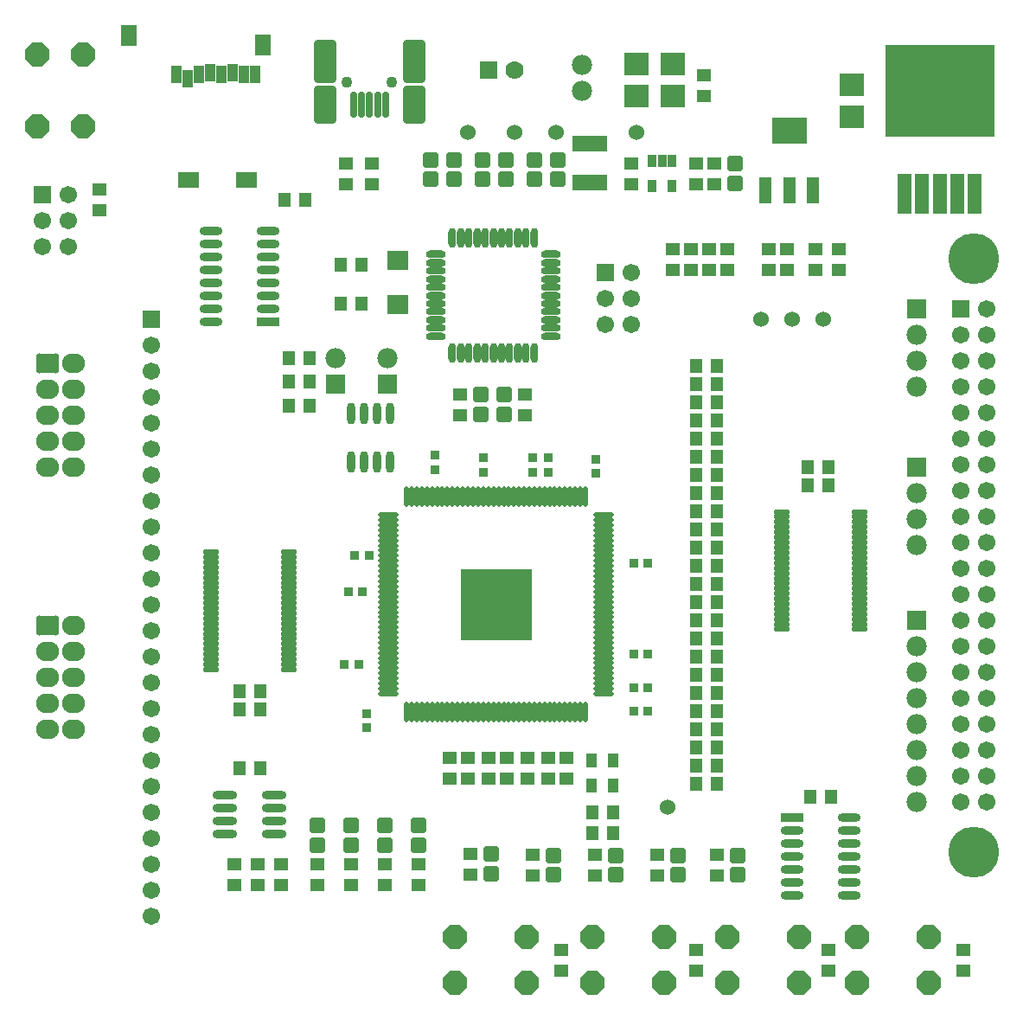
<source format=gts>
G04 Layer_Color=8388736*
%FSLAX23Y23*%
%MOIN*%
G70*
G01*
G75*
%ADD48C,0.060*%
%ADD49C,0.070*%
%ADD50R,0.070X0.070*%
%ADD73R,0.058X0.048*%
%ADD74O,0.077X0.030*%
%ADD75O,0.030X0.077*%
G04:AMPARAMS|DCode=76|XSize=58mil|YSize=58mil|CornerRadius=10mil|HoleSize=0mil|Usage=FLASHONLY|Rotation=270.000|XOffset=0mil|YOffset=0mil|HoleType=Round|Shape=RoundedRectangle|*
%AMROUNDEDRECTD76*
21,1,0.058,0.038,0,0,270.0*
21,1,0.038,0.058,0,0,270.0*
1,1,0.021,-0.019,-0.019*
1,1,0.021,-0.019,0.019*
1,1,0.021,0.019,0.019*
1,1,0.021,0.019,-0.019*
%
%ADD76ROUNDEDRECTD76*%
%ADD77R,0.038X0.038*%
%ADD78O,0.032X0.083*%
%ADD79R,0.048X0.058*%
%ADD80R,0.038X0.038*%
%ADD81O,0.088X0.032*%
%ADD82R,0.088X0.032*%
%ADD83R,0.095X0.087*%
%ADD84R,0.138X0.063*%
%ADD85R,0.058X0.048*%
%ADD86O,0.063X0.020*%
%ADD87R,0.278X0.278*%
%ADD88O,0.020X0.079*%
%ADD89O,0.079X0.020*%
%ADD90O,0.095X0.032*%
%ADD91R,0.047X0.102*%
%ADD92R,0.138X0.102*%
%ADD93R,0.040X0.068*%
%ADD94R,0.064X0.083*%
%ADD95R,0.079X0.064*%
%ADD96R,0.043X0.055*%
%ADD97R,0.079X0.075*%
G04:AMPARAMS|DCode=98|XSize=165mil|YSize=89mil|CornerRadius=14mil|HoleSize=0mil|Usage=FLASHONLY|Rotation=270.000|XOffset=0mil|YOffset=0mil|HoleType=Round|Shape=RoundedRectangle|*
%AMROUNDEDRECTD98*
21,1,0.165,0.061,0,0,270.0*
21,1,0.137,0.089,0,0,270.0*
1,1,0.028,-0.030,-0.069*
1,1,0.028,-0.030,0.069*
1,1,0.028,0.030,0.069*
1,1,0.028,0.030,-0.069*
%
%ADD98ROUNDEDRECTD98*%
G04:AMPARAMS|DCode=99|XSize=146mil|YSize=89mil|CornerRadius=14mil|HoleSize=0mil|Usage=FLASHONLY|Rotation=270.000|XOffset=0mil|YOffset=0mil|HoleType=Round|Shape=RoundedRectangle|*
%AMROUNDEDRECTD99*
21,1,0.146,0.061,0,0,270.0*
21,1,0.118,0.089,0,0,270.0*
1,1,0.028,-0.030,-0.059*
1,1,0.028,-0.030,0.059*
1,1,0.028,0.030,0.059*
1,1,0.028,0.030,-0.059*
%
%ADD99ROUNDEDRECTD99*%
G04:AMPARAMS|DCode=100|XSize=97mil|YSize=28mil|CornerRadius=6mil|HoleSize=0mil|Usage=FLASHONLY|Rotation=270.000|XOffset=0mil|YOffset=0mil|HoleType=Round|Shape=RoundedRectangle|*
%AMROUNDEDRECTD100*
21,1,0.097,0.015,0,0,270.0*
21,1,0.084,0.028,0,0,270.0*
1,1,0.013,-0.007,-0.042*
1,1,0.013,-0.007,0.042*
1,1,0.013,0.007,0.042*
1,1,0.013,0.007,-0.042*
%
%ADD100ROUNDEDRECTD100*%
%ADD101R,0.034X0.051*%
%ADD102R,0.053X0.158*%
%ADD103R,0.421X0.354*%
%ADD104C,0.078*%
%ADD105R,0.078X0.078*%
%ADD106C,0.067*%
%ADD107R,0.067X0.067*%
%ADD108O,0.088X0.076*%
G04:AMPARAMS|DCode=109|XSize=88mil|YSize=76mil|CornerRadius=13mil|HoleSize=0mil|Usage=FLASHONLY|Rotation=0.000|XOffset=0mil|YOffset=0mil|HoleType=Round|Shape=RoundedRectangle|*
%AMROUNDEDRECTD109*
21,1,0.088,0.051,0,0,0.0*
21,1,0.063,0.076,0,0,0.0*
1,1,0.025,0.032,-0.026*
1,1,0.025,-0.032,-0.026*
1,1,0.025,-0.032,0.026*
1,1,0.025,0.032,0.026*
%
%ADD109ROUNDEDRECTD109*%
%ADD110P,0.098X8X22.5*%
%ADD111C,0.043*%
%ADD112P,0.098X8X292.5*%
%ADD113C,0.067*%
%ADD114C,0.196*%
%ADD115C,0.196*%
%ADD116C,0.039*%
D48*
X2440Y3490D02*
D03*
X2560Y890D02*
D03*
X2130Y3490D02*
D03*
X1790D02*
D03*
X1970D02*
D03*
X3040Y2770D02*
D03*
X2920D02*
D03*
X3160D02*
D03*
D49*
X1970Y3730D02*
D03*
D50*
X1870D02*
D03*
D73*
X370Y3270D02*
D03*
Y3190D02*
D03*
X2790Y3040D02*
D03*
Y2960D02*
D03*
X2580D02*
D03*
Y3040D02*
D03*
X1070Y590D02*
D03*
Y670D02*
D03*
X980Y590D02*
D03*
Y670D02*
D03*
X890D02*
D03*
Y590D02*
D03*
X1210D02*
D03*
Y670D02*
D03*
X1340Y590D02*
D03*
Y670D02*
D03*
X1470Y590D02*
D03*
Y670D02*
D03*
X2100Y1080D02*
D03*
Y1000D02*
D03*
X2020Y1080D02*
D03*
Y1000D02*
D03*
X1940Y1080D02*
D03*
Y1000D02*
D03*
X1790Y1080D02*
D03*
Y1000D02*
D03*
X1800Y630D02*
D03*
Y710D02*
D03*
X2280Y625D02*
D03*
Y705D02*
D03*
X2700Y3710D02*
D03*
Y3630D02*
D03*
X3220Y2960D02*
D03*
Y3040D02*
D03*
X3130Y2960D02*
D03*
Y3040D02*
D03*
X3020Y3040D02*
D03*
Y2960D02*
D03*
X1600Y590D02*
D03*
Y670D02*
D03*
X2670Y3290D02*
D03*
Y3370D02*
D03*
X2950Y2960D02*
D03*
X2150Y340D02*
D03*
Y260D02*
D03*
X2670Y340D02*
D03*
Y260D02*
D03*
X3700Y340D02*
D03*
Y260D02*
D03*
X2520Y625D02*
D03*
Y705D02*
D03*
X2750Y625D02*
D03*
Y705D02*
D03*
X1760Y2400D02*
D03*
Y2480D02*
D03*
X2010Y2400D02*
D03*
Y2480D02*
D03*
X1720Y1000D02*
D03*
Y1080D02*
D03*
X2170Y1000D02*
D03*
Y1080D02*
D03*
X1870D02*
D03*
Y1000D02*
D03*
X1320Y3290D02*
D03*
Y3370D02*
D03*
X3180Y340D02*
D03*
Y260D02*
D03*
X2040Y625D02*
D03*
Y705D02*
D03*
X1420Y3290D02*
D03*
Y3370D02*
D03*
X2420Y3370D02*
D03*
Y3290D02*
D03*
X2740D02*
D03*
Y3370D02*
D03*
X2720Y3040D02*
D03*
Y2960D02*
D03*
X2650D02*
D03*
D74*
X2112Y3017D02*
D03*
Y2986D02*
D03*
Y2954D02*
D03*
Y2923D02*
D03*
Y2891D02*
D03*
Y2860D02*
D03*
Y2829D02*
D03*
Y2797D02*
D03*
Y2766D02*
D03*
Y2734D02*
D03*
Y2703D02*
D03*
X1668D02*
D03*
Y2734D02*
D03*
Y2766D02*
D03*
Y2797D02*
D03*
Y2829D02*
D03*
Y2860D02*
D03*
Y2891D02*
D03*
Y2923D02*
D03*
Y2954D02*
D03*
Y2986D02*
D03*
Y3017D02*
D03*
D75*
X2047Y2638D02*
D03*
X2016D02*
D03*
X1984D02*
D03*
X1953D02*
D03*
X1921D02*
D03*
X1890D02*
D03*
X1859D02*
D03*
X1827D02*
D03*
X1796D02*
D03*
X1764D02*
D03*
X1733D02*
D03*
Y3082D02*
D03*
X1764D02*
D03*
X1796D02*
D03*
X1827D02*
D03*
X1859D02*
D03*
X1890D02*
D03*
X1921D02*
D03*
X1953D02*
D03*
X1984D02*
D03*
X2016D02*
D03*
X2047D02*
D03*
D76*
X1930Y2403D02*
D03*
Y2478D02*
D03*
X1840Y2403D02*
D03*
Y2478D02*
D03*
X2600Y627D02*
D03*
Y702D02*
D03*
X2360Y627D02*
D03*
Y702D02*
D03*
X2120Y627D02*
D03*
Y702D02*
D03*
X1880Y632D02*
D03*
Y707D02*
D03*
X1739Y3307D02*
D03*
Y3382D02*
D03*
X2049Y3307D02*
D03*
Y3382D02*
D03*
X2139Y3307D02*
D03*
Y3382D02*
D03*
X1849Y3307D02*
D03*
Y3382D02*
D03*
X1939Y3307D02*
D03*
Y3382D02*
D03*
X1470Y817D02*
D03*
Y743D02*
D03*
X1600Y817D02*
D03*
Y743D02*
D03*
X1210Y817D02*
D03*
Y743D02*
D03*
X1340Y817D02*
D03*
Y743D02*
D03*
X1649Y3307D02*
D03*
Y3382D02*
D03*
X2820Y3293D02*
D03*
Y3368D02*
D03*
X2830Y627D02*
D03*
Y702D02*
D03*
D77*
X2285Y2230D02*
D03*
Y2175D02*
D03*
X1665Y2245D02*
D03*
Y2190D02*
D03*
X1851Y2235D02*
D03*
Y2180D02*
D03*
X2100Y2235D02*
D03*
Y2180D02*
D03*
X2040Y2235D02*
D03*
Y2180D02*
D03*
X1400Y1195D02*
D03*
Y1250D02*
D03*
D78*
X1340Y2219D02*
D03*
X1390D02*
D03*
X1440D02*
D03*
X1490D02*
D03*
X1340Y2405D02*
D03*
X1390D02*
D03*
X1440D02*
D03*
X1490D02*
D03*
D79*
X2270Y870D02*
D03*
X2350D02*
D03*
X2270Y790D02*
D03*
X2350D02*
D03*
X2670Y1050D02*
D03*
X2750D02*
D03*
X2670Y980D02*
D03*
X2750D02*
D03*
X3190Y930D02*
D03*
X3110D02*
D03*
X1085Y3230D02*
D03*
X1165D02*
D03*
X1300Y2980D02*
D03*
X1380D02*
D03*
X1300Y2830D02*
D03*
X1380D02*
D03*
X2670Y2240D02*
D03*
X2750D02*
D03*
X2670Y2170D02*
D03*
X2750D02*
D03*
X2670Y2100D02*
D03*
X2750D02*
D03*
X2670Y2030D02*
D03*
X2750D02*
D03*
X2670Y1960D02*
D03*
X2750D02*
D03*
X2670Y1890D02*
D03*
X2750D02*
D03*
X2670Y1820D02*
D03*
X2750D02*
D03*
X2670Y1750D02*
D03*
X2750D02*
D03*
X2670Y1680D02*
D03*
X2750D02*
D03*
X2670Y1610D02*
D03*
X2750D02*
D03*
X2670Y1540D02*
D03*
X2750D02*
D03*
X2670Y1470D02*
D03*
X2750D02*
D03*
X2670Y1400D02*
D03*
X2750D02*
D03*
X2670Y1330D02*
D03*
X2750D02*
D03*
X2670Y1260D02*
D03*
X2750D02*
D03*
X2670Y1190D02*
D03*
X2750D02*
D03*
X2670Y1120D02*
D03*
X2750D02*
D03*
X1180Y2530D02*
D03*
X1100D02*
D03*
X1180Y2620D02*
D03*
X1100D02*
D03*
X990Y1040D02*
D03*
X910D02*
D03*
X3100Y2130D02*
D03*
X3180D02*
D03*
X3100Y2200D02*
D03*
X3180D02*
D03*
X990Y1265D02*
D03*
X910D02*
D03*
X990Y1335D02*
D03*
X910D02*
D03*
X1180Y2435D02*
D03*
X1100D02*
D03*
X2670Y2590D02*
D03*
X2750D02*
D03*
X2670Y2520D02*
D03*
X2750D02*
D03*
X2670Y2450D02*
D03*
X2750D02*
D03*
X2670Y2380D02*
D03*
X2750D02*
D03*
X2670Y2310D02*
D03*
X2750D02*
D03*
D80*
X2485Y1480D02*
D03*
X2430D02*
D03*
X1355Y1860D02*
D03*
X1410D02*
D03*
X1330Y1720D02*
D03*
X1385D02*
D03*
X1315Y1440D02*
D03*
X1370D02*
D03*
X2485Y1830D02*
D03*
X2430D02*
D03*
Y1260D02*
D03*
X2485D02*
D03*
Y1350D02*
D03*
X2430D02*
D03*
D81*
X800Y2760D02*
D03*
Y3010D02*
D03*
Y3060D02*
D03*
Y2810D02*
D03*
Y2960D02*
D03*
X1020Y3010D02*
D03*
Y2960D02*
D03*
Y2910D02*
D03*
Y2860D02*
D03*
Y2810D02*
D03*
Y3110D02*
D03*
X800Y2910D02*
D03*
X1020Y3060D02*
D03*
X800Y3110D02*
D03*
Y2860D02*
D03*
X3040Y550D02*
D03*
Y700D02*
D03*
X3260Y550D02*
D03*
Y650D02*
D03*
Y750D02*
D03*
X3040Y800D02*
D03*
Y600D02*
D03*
Y750D02*
D03*
Y650D02*
D03*
X3260Y600D02*
D03*
Y700D02*
D03*
Y800D02*
D03*
Y850D02*
D03*
D82*
X1020Y2760D02*
D03*
X3040Y850D02*
D03*
D83*
X2440Y3753D02*
D03*
Y3627D02*
D03*
X2580Y3753D02*
D03*
Y3627D02*
D03*
X3270Y3673D02*
D03*
Y3547D02*
D03*
D84*
X2260Y3445D02*
D03*
Y3295D02*
D03*
D85*
X2950Y3040D02*
D03*
X2650D02*
D03*
D86*
X3300Y1574D02*
D03*
Y1593D02*
D03*
Y1613D02*
D03*
Y1633D02*
D03*
Y1652D02*
D03*
Y1672D02*
D03*
Y1692D02*
D03*
Y1711D02*
D03*
Y1731D02*
D03*
Y1751D02*
D03*
Y1770D02*
D03*
Y1790D02*
D03*
Y1810D02*
D03*
Y1830D02*
D03*
Y1849D02*
D03*
Y1869D02*
D03*
Y1889D02*
D03*
Y1908D02*
D03*
Y1928D02*
D03*
Y1948D02*
D03*
Y1967D02*
D03*
Y1987D02*
D03*
Y2007D02*
D03*
Y2026D02*
D03*
X3000Y1574D02*
D03*
Y1593D02*
D03*
Y1613D02*
D03*
Y1633D02*
D03*
Y1652D02*
D03*
Y1672D02*
D03*
Y1692D02*
D03*
Y1711D02*
D03*
Y1731D02*
D03*
Y1751D02*
D03*
Y1770D02*
D03*
Y1790D02*
D03*
Y1810D02*
D03*
Y1830D02*
D03*
Y1849D02*
D03*
Y1869D02*
D03*
Y1889D02*
D03*
Y1908D02*
D03*
Y1928D02*
D03*
Y1948D02*
D03*
Y1967D02*
D03*
Y1987D02*
D03*
Y2007D02*
D03*
Y2026D02*
D03*
X800Y1871D02*
D03*
Y1852D02*
D03*
Y1832D02*
D03*
Y1812D02*
D03*
Y1793D02*
D03*
Y1773D02*
D03*
Y1753D02*
D03*
Y1734D02*
D03*
Y1714D02*
D03*
Y1694D02*
D03*
Y1675D02*
D03*
Y1655D02*
D03*
Y1635D02*
D03*
Y1615D02*
D03*
Y1596D02*
D03*
Y1576D02*
D03*
Y1556D02*
D03*
Y1537D02*
D03*
Y1517D02*
D03*
Y1497D02*
D03*
Y1478D02*
D03*
Y1458D02*
D03*
Y1438D02*
D03*
Y1419D02*
D03*
X1100Y1871D02*
D03*
Y1852D02*
D03*
Y1832D02*
D03*
Y1812D02*
D03*
Y1793D02*
D03*
Y1773D02*
D03*
Y1753D02*
D03*
Y1734D02*
D03*
Y1714D02*
D03*
Y1694D02*
D03*
Y1675D02*
D03*
Y1655D02*
D03*
Y1635D02*
D03*
Y1615D02*
D03*
Y1596D02*
D03*
Y1576D02*
D03*
Y1556D02*
D03*
Y1537D02*
D03*
Y1517D02*
D03*
Y1497D02*
D03*
Y1478D02*
D03*
Y1458D02*
D03*
Y1438D02*
D03*
Y1419D02*
D03*
D87*
X1900Y1670D02*
D03*
D88*
X1556Y1255D02*
D03*
X1575D02*
D03*
X1595D02*
D03*
X1615D02*
D03*
X1634D02*
D03*
X1654D02*
D03*
X1674D02*
D03*
X1693D02*
D03*
X1713D02*
D03*
X1733D02*
D03*
X1752D02*
D03*
X1772D02*
D03*
X1792D02*
D03*
X1811D02*
D03*
X1831D02*
D03*
X1851D02*
D03*
X1870D02*
D03*
X1890D02*
D03*
X1910D02*
D03*
X1930D02*
D03*
X1949D02*
D03*
X1969D02*
D03*
X1989D02*
D03*
X2008D02*
D03*
X2028D02*
D03*
X2048D02*
D03*
X2067D02*
D03*
X2087D02*
D03*
X2107D02*
D03*
X2126D02*
D03*
X2146D02*
D03*
X2166D02*
D03*
X2185D02*
D03*
X2205D02*
D03*
X2225D02*
D03*
X2244D02*
D03*
Y2085D02*
D03*
X2225D02*
D03*
X2205D02*
D03*
X2185D02*
D03*
X2166D02*
D03*
X2146D02*
D03*
X2126D02*
D03*
X2107D02*
D03*
X2087D02*
D03*
X2067D02*
D03*
X2048D02*
D03*
X2028D02*
D03*
X2008D02*
D03*
X1989D02*
D03*
X1969D02*
D03*
X1949D02*
D03*
X1930D02*
D03*
X1910D02*
D03*
X1890D02*
D03*
X1870D02*
D03*
X1851D02*
D03*
X1831D02*
D03*
X1811D02*
D03*
X1792D02*
D03*
X1772D02*
D03*
X1752D02*
D03*
X1733D02*
D03*
X1713D02*
D03*
X1693D02*
D03*
X1674D02*
D03*
X1654D02*
D03*
X1634D02*
D03*
X1615D02*
D03*
X1595D02*
D03*
X1575D02*
D03*
X1556D02*
D03*
D89*
X2315Y1326D02*
D03*
Y1345D02*
D03*
Y1365D02*
D03*
Y1385D02*
D03*
Y1404D02*
D03*
Y1424D02*
D03*
Y1444D02*
D03*
Y1463D02*
D03*
Y1483D02*
D03*
Y1503D02*
D03*
Y1522D02*
D03*
Y1542D02*
D03*
Y1562D02*
D03*
Y1581D02*
D03*
Y1601D02*
D03*
Y1621D02*
D03*
Y1640D02*
D03*
Y1660D02*
D03*
Y1680D02*
D03*
Y1700D02*
D03*
Y1719D02*
D03*
Y1739D02*
D03*
Y1759D02*
D03*
Y1778D02*
D03*
Y1798D02*
D03*
Y1818D02*
D03*
Y1837D02*
D03*
Y1857D02*
D03*
Y1877D02*
D03*
Y1896D02*
D03*
Y1916D02*
D03*
Y1936D02*
D03*
Y1955D02*
D03*
Y1975D02*
D03*
Y1995D02*
D03*
Y2014D02*
D03*
X1485D02*
D03*
Y1995D02*
D03*
Y1975D02*
D03*
Y1955D02*
D03*
Y1936D02*
D03*
Y1916D02*
D03*
Y1896D02*
D03*
Y1877D02*
D03*
Y1857D02*
D03*
Y1837D02*
D03*
Y1818D02*
D03*
Y1798D02*
D03*
Y1778D02*
D03*
Y1759D02*
D03*
Y1739D02*
D03*
Y1719D02*
D03*
Y1700D02*
D03*
Y1680D02*
D03*
Y1660D02*
D03*
Y1640D02*
D03*
Y1621D02*
D03*
Y1601D02*
D03*
Y1581D02*
D03*
Y1562D02*
D03*
Y1542D02*
D03*
Y1522D02*
D03*
Y1503D02*
D03*
Y1483D02*
D03*
Y1463D02*
D03*
Y1444D02*
D03*
Y1424D02*
D03*
Y1404D02*
D03*
Y1385D02*
D03*
Y1365D02*
D03*
Y1345D02*
D03*
Y1326D02*
D03*
D90*
X1044Y785D02*
D03*
Y835D02*
D03*
Y885D02*
D03*
Y935D02*
D03*
X856Y785D02*
D03*
Y835D02*
D03*
Y885D02*
D03*
Y935D02*
D03*
D91*
X2939Y3266D02*
D03*
X3030D02*
D03*
X3121D02*
D03*
D92*
X3030Y3494D02*
D03*
D93*
X971Y3712D02*
D03*
X928D02*
D03*
X885Y3720D02*
D03*
X841Y3712D02*
D03*
X798Y3720D02*
D03*
X755Y3712D02*
D03*
X711Y3696D02*
D03*
X668Y3712D02*
D03*
D94*
X485Y3863D02*
D03*
X1002Y3824D02*
D03*
D95*
X939Y3306D02*
D03*
X715D02*
D03*
D96*
X2267Y1069D02*
D03*
Y971D02*
D03*
X2353Y1069D02*
D03*
Y971D02*
D03*
D97*
X1520Y2995D02*
D03*
Y2825D02*
D03*
D98*
X1240Y3762D02*
D03*
X1586D02*
D03*
D99*
X1240Y3594D02*
D03*
X1586D02*
D03*
D100*
X1350D02*
D03*
X1381D02*
D03*
X1413D02*
D03*
X1444D02*
D03*
X1476D02*
D03*
D101*
X2577Y3377D02*
D03*
X2540D02*
D03*
X2503D02*
D03*
Y3283D02*
D03*
X2577D02*
D03*
D102*
X3476Y3252D02*
D03*
X3543D02*
D03*
X3610D02*
D03*
X3677D02*
D03*
X3744D02*
D03*
D103*
X3610Y3650D02*
D03*
D104*
X1480Y2620D02*
D03*
X2230Y3650D02*
D03*
Y3750D02*
D03*
X3520Y1900D02*
D03*
X3520Y2100D02*
D03*
Y2000D02*
D03*
Y910D02*
D03*
Y1010D02*
D03*
Y1110D02*
D03*
Y1210D02*
D03*
Y1310D02*
D03*
X3520Y1510D02*
D03*
Y1410D02*
D03*
X1280Y2620D02*
D03*
X3520Y2510D02*
D03*
X3520Y2710D02*
D03*
Y2610D02*
D03*
D105*
X1480Y2520D02*
D03*
X3520Y2200D02*
D03*
X3520Y1610D02*
D03*
X1280Y2520D02*
D03*
X3520Y2810D02*
D03*
D106*
X2420Y2750D02*
D03*
X2320D02*
D03*
X2420Y2850D02*
D03*
X2320D02*
D03*
X2420Y2950D02*
D03*
X570Y2670D02*
D03*
Y2570D02*
D03*
Y2470D02*
D03*
Y2370D02*
D03*
Y2270D02*
D03*
Y2170D02*
D03*
Y2070D02*
D03*
Y1970D02*
D03*
Y1870D02*
D03*
Y1770D02*
D03*
Y1670D02*
D03*
Y1570D02*
D03*
Y1470D02*
D03*
Y1370D02*
D03*
Y1270D02*
D03*
Y1170D02*
D03*
Y1070D02*
D03*
Y970D02*
D03*
Y870D02*
D03*
Y770D02*
D03*
Y670D02*
D03*
Y570D02*
D03*
Y470D02*
D03*
X250Y3050D02*
D03*
Y3150D02*
D03*
X150D02*
D03*
X250Y3250D02*
D03*
X3790Y910D02*
D03*
X3690D02*
D03*
X3790Y1010D02*
D03*
X3690D02*
D03*
X3790Y1110D02*
D03*
X3690D02*
D03*
X3790Y1210D02*
D03*
X3690D02*
D03*
X3790Y1310D02*
D03*
X3690D02*
D03*
X3790Y1410D02*
D03*
X3690D02*
D03*
X3790Y1510D02*
D03*
X3690D02*
D03*
X3790Y1610D02*
D03*
X3690D02*
D03*
X3790Y1710D02*
D03*
X3690D02*
D03*
X3790Y1810D02*
D03*
X3690D02*
D03*
X3790Y1910D02*
D03*
X3690D02*
D03*
X3790Y2010D02*
D03*
X3690D02*
D03*
X3790Y2110D02*
D03*
X3690D02*
D03*
X3790Y2210D02*
D03*
X3690D02*
D03*
X3790Y2310D02*
D03*
X3690D02*
D03*
X3790Y2410D02*
D03*
X3690D02*
D03*
X3790Y2510D02*
D03*
X3690D02*
D03*
X3790Y2610D02*
D03*
X3690D02*
D03*
X3790Y2710D02*
D03*
X3690D02*
D03*
X3790Y2810D02*
D03*
D107*
X2320Y2950D02*
D03*
X570Y2770D02*
D03*
X150Y3250D02*
D03*
X3690Y2810D02*
D03*
D108*
X270Y1190D02*
D03*
Y1290D02*
D03*
Y1390D02*
D03*
Y1490D02*
D03*
Y1590D02*
D03*
X170Y1190D02*
D03*
Y1290D02*
D03*
Y1390D02*
D03*
Y1490D02*
D03*
X270Y2200D02*
D03*
Y2300D02*
D03*
Y2400D02*
D03*
Y2500D02*
D03*
Y2600D02*
D03*
X170Y2200D02*
D03*
Y2300D02*
D03*
Y2400D02*
D03*
Y2500D02*
D03*
D109*
Y1590D02*
D03*
Y2600D02*
D03*
D110*
X1742Y211D02*
D03*
Y389D02*
D03*
X2018Y211D02*
D03*
Y389D02*
D03*
X2272Y211D02*
D03*
Y389D02*
D03*
X2548Y211D02*
D03*
Y389D02*
D03*
X2792Y211D02*
D03*
Y389D02*
D03*
X3068Y211D02*
D03*
Y389D02*
D03*
X3292Y211D02*
D03*
Y389D02*
D03*
X3568Y211D02*
D03*
Y389D02*
D03*
D111*
X1326Y3683D02*
D03*
X1499D02*
D03*
D112*
X131Y3788D02*
D03*
X309D02*
D03*
X131Y3512D02*
D03*
X309D02*
D03*
D113*
X150Y3050D02*
D03*
D114*
X3740Y716D02*
D03*
D115*
Y3003D02*
D03*
D116*
X2008Y1778D02*
D03*
Y1735D02*
D03*
Y1692D02*
D03*
Y1648D02*
D03*
Y1605D02*
D03*
Y1562D02*
D03*
X1965Y1778D02*
D03*
Y1735D02*
D03*
Y1692D02*
D03*
Y1648D02*
D03*
Y1605D02*
D03*
Y1562D02*
D03*
X1922Y1778D02*
D03*
Y1735D02*
D03*
Y1692D02*
D03*
Y1648D02*
D03*
Y1605D02*
D03*
Y1562D02*
D03*
X1878Y1778D02*
D03*
Y1735D02*
D03*
Y1692D02*
D03*
Y1648D02*
D03*
Y1605D02*
D03*
Y1562D02*
D03*
X1835Y1778D02*
D03*
Y1735D02*
D03*
Y1692D02*
D03*
Y1648D02*
D03*
Y1605D02*
D03*
Y1562D02*
D03*
X1792Y1778D02*
D03*
Y1735D02*
D03*
Y1692D02*
D03*
Y1648D02*
D03*
Y1605D02*
D03*
Y1562D02*
D03*
M02*

</source>
